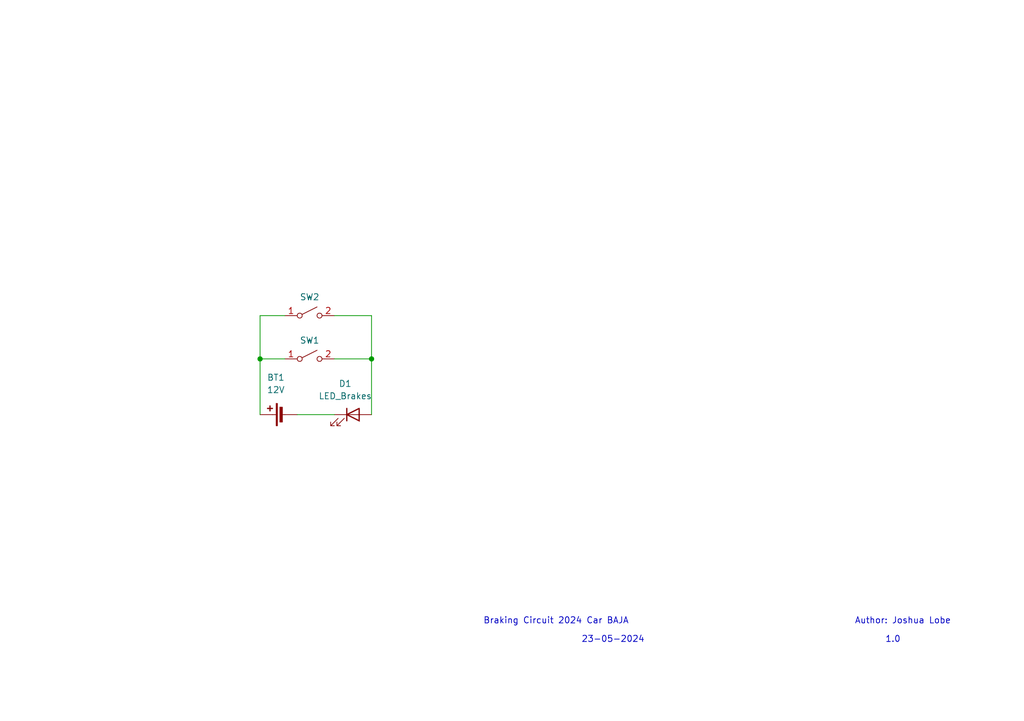
<source format=kicad_sch>
(kicad_sch
	(version 20231120)
	(generator "eeschema")
	(generator_version "8.0")
	(uuid "fbce14af-bb3f-4062-b3e9-d73a9dc513af")
	(paper "A5")
	(lib_symbols
		(symbol "Device:Battery_Cell"
			(pin_numbers hide)
			(pin_names
				(offset 0) hide)
			(exclude_from_sim no)
			(in_bom yes)
			(on_board yes)
			(property "Reference" "BT"
				(at 2.54 2.54 0)
				(effects
					(font
						(size 1.27 1.27)
					)
					(justify left)
				)
			)
			(property "Value" "Battery_Cell"
				(at 2.54 0 0)
				(effects
					(font
						(size 1.27 1.27)
					)
					(justify left)
				)
			)
			(property "Footprint" ""
				(at 0 1.524 90)
				(effects
					(font
						(size 1.27 1.27)
					)
					(hide yes)
				)
			)
			(property "Datasheet" "~"
				(at 0 1.524 90)
				(effects
					(font
						(size 1.27 1.27)
					)
					(hide yes)
				)
			)
			(property "Description" "Single-cell battery"
				(at 0 0 0)
				(effects
					(font
						(size 1.27 1.27)
					)
					(hide yes)
				)
			)
			(property "ki_keywords" "battery cell"
				(at 0 0 0)
				(effects
					(font
						(size 1.27 1.27)
					)
					(hide yes)
				)
			)
			(symbol "Battery_Cell_0_1"
				(rectangle
					(start -2.286 1.778)
					(end 2.286 1.524)
					(stroke
						(width 0)
						(type default)
					)
					(fill
						(type outline)
					)
				)
				(rectangle
					(start -1.524 1.016)
					(end 1.524 0.508)
					(stroke
						(width 0)
						(type default)
					)
					(fill
						(type outline)
					)
				)
				(polyline
					(pts
						(xy 0 0.762) (xy 0 0)
					)
					(stroke
						(width 0)
						(type default)
					)
					(fill
						(type none)
					)
				)
				(polyline
					(pts
						(xy 0 1.778) (xy 0 2.54)
					)
					(stroke
						(width 0)
						(type default)
					)
					(fill
						(type none)
					)
				)
				(polyline
					(pts
						(xy 0.762 3.048) (xy 1.778 3.048)
					)
					(stroke
						(width 0.254)
						(type default)
					)
					(fill
						(type none)
					)
				)
				(polyline
					(pts
						(xy 1.27 3.556) (xy 1.27 2.54)
					)
					(stroke
						(width 0.254)
						(type default)
					)
					(fill
						(type none)
					)
				)
			)
			(symbol "Battery_Cell_1_1"
				(pin passive line
					(at 0 5.08 270)
					(length 2.54)
					(name "+"
						(effects
							(font
								(size 1.27 1.27)
							)
						)
					)
					(number "1"
						(effects
							(font
								(size 1.27 1.27)
							)
						)
					)
				)
				(pin passive line
					(at 0 -2.54 90)
					(length 2.54)
					(name "-"
						(effects
							(font
								(size 1.27 1.27)
							)
						)
					)
					(number "2"
						(effects
							(font
								(size 1.27 1.27)
							)
						)
					)
				)
			)
		)
		(symbol "Device:LED"
			(pin_numbers hide)
			(pin_names
				(offset 1.016) hide)
			(exclude_from_sim no)
			(in_bom yes)
			(on_board yes)
			(property "Reference" "D"
				(at 0 2.54 0)
				(effects
					(font
						(size 1.27 1.27)
					)
				)
			)
			(property "Value" "LED"
				(at 0 -2.54 0)
				(effects
					(font
						(size 1.27 1.27)
					)
				)
			)
			(property "Footprint" ""
				(at 0 0 0)
				(effects
					(font
						(size 1.27 1.27)
					)
					(hide yes)
				)
			)
			(property "Datasheet" "~"
				(at 0 0 0)
				(effects
					(font
						(size 1.27 1.27)
					)
					(hide yes)
				)
			)
			(property "Description" "Light emitting diode"
				(at 0 0 0)
				(effects
					(font
						(size 1.27 1.27)
					)
					(hide yes)
				)
			)
			(property "ki_keywords" "LED diode"
				(at 0 0 0)
				(effects
					(font
						(size 1.27 1.27)
					)
					(hide yes)
				)
			)
			(property "ki_fp_filters" "LED* LED_SMD:* LED_THT:*"
				(at 0 0 0)
				(effects
					(font
						(size 1.27 1.27)
					)
					(hide yes)
				)
			)
			(symbol "LED_0_1"
				(polyline
					(pts
						(xy -1.27 -1.27) (xy -1.27 1.27)
					)
					(stroke
						(width 0.254)
						(type default)
					)
					(fill
						(type none)
					)
				)
				(polyline
					(pts
						(xy -1.27 0) (xy 1.27 0)
					)
					(stroke
						(width 0)
						(type default)
					)
					(fill
						(type none)
					)
				)
				(polyline
					(pts
						(xy 1.27 -1.27) (xy 1.27 1.27) (xy -1.27 0) (xy 1.27 -1.27)
					)
					(stroke
						(width 0.254)
						(type default)
					)
					(fill
						(type none)
					)
				)
				(polyline
					(pts
						(xy -3.048 -0.762) (xy -4.572 -2.286) (xy -3.81 -2.286) (xy -4.572 -2.286) (xy -4.572 -1.524)
					)
					(stroke
						(width 0)
						(type default)
					)
					(fill
						(type none)
					)
				)
				(polyline
					(pts
						(xy -1.778 -0.762) (xy -3.302 -2.286) (xy -2.54 -2.286) (xy -3.302 -2.286) (xy -3.302 -1.524)
					)
					(stroke
						(width 0)
						(type default)
					)
					(fill
						(type none)
					)
				)
			)
			(symbol "LED_1_1"
				(pin passive line
					(at -3.81 0 0)
					(length 2.54)
					(name "K"
						(effects
							(font
								(size 1.27 1.27)
							)
						)
					)
					(number "1"
						(effects
							(font
								(size 1.27 1.27)
							)
						)
					)
				)
				(pin passive line
					(at 3.81 0 180)
					(length 2.54)
					(name "A"
						(effects
							(font
								(size 1.27 1.27)
							)
						)
					)
					(number "2"
						(effects
							(font
								(size 1.27 1.27)
							)
						)
					)
				)
			)
		)
		(symbol "Switch:SW_SPST"
			(pin_names
				(offset 0) hide)
			(exclude_from_sim no)
			(in_bom yes)
			(on_board yes)
			(property "Reference" "SW"
				(at 0 3.175 0)
				(effects
					(font
						(size 1.27 1.27)
					)
				)
			)
			(property "Value" "SW_SPST"
				(at 0 -2.54 0)
				(effects
					(font
						(size 1.27 1.27)
					)
				)
			)
			(property "Footprint" ""
				(at 0 0 0)
				(effects
					(font
						(size 1.27 1.27)
					)
					(hide yes)
				)
			)
			(property "Datasheet" "~"
				(at 0 0 0)
				(effects
					(font
						(size 1.27 1.27)
					)
					(hide yes)
				)
			)
			(property "Description" "Single Pole Single Throw (SPST) switch"
				(at 0 0 0)
				(effects
					(font
						(size 1.27 1.27)
					)
					(hide yes)
				)
			)
			(property "ki_keywords" "switch lever"
				(at 0 0 0)
				(effects
					(font
						(size 1.27 1.27)
					)
					(hide yes)
				)
			)
			(symbol "SW_SPST_0_0"
				(circle
					(center -2.032 0)
					(radius 0.508)
					(stroke
						(width 0)
						(type default)
					)
					(fill
						(type none)
					)
				)
				(polyline
					(pts
						(xy -1.524 0.254) (xy 1.524 1.778)
					)
					(stroke
						(width 0)
						(type default)
					)
					(fill
						(type none)
					)
				)
				(circle
					(center 2.032 0)
					(radius 0.508)
					(stroke
						(width 0)
						(type default)
					)
					(fill
						(type none)
					)
				)
			)
			(symbol "SW_SPST_1_1"
				(pin passive line
					(at -5.08 0 0)
					(length 2.54)
					(name "A"
						(effects
							(font
								(size 1.27 1.27)
							)
						)
					)
					(number "1"
						(effects
							(font
								(size 1.27 1.27)
							)
						)
					)
				)
				(pin passive line
					(at 5.08 0 180)
					(length 2.54)
					(name "B"
						(effects
							(font
								(size 1.27 1.27)
							)
						)
					)
					(number "2"
						(effects
							(font
								(size 1.27 1.27)
							)
						)
					)
				)
			)
		)
	)
	(junction
		(at 76.2 73.66)
		(diameter 0)
		(color 0 0 0 0)
		(uuid "06c811c2-40f7-45a7-bf98-f96bae44fdea")
	)
	(junction
		(at 53.34 73.66)
		(diameter 0)
		(color 0 0 0 0)
		(uuid "aeef30d8-71a0-4e9d-b22e-dd03a3ec6d76")
	)
	(wire
		(pts
			(xy 76.2 73.66) (xy 76.2 85.09)
		)
		(stroke
			(width 0)
			(type default)
		)
		(uuid "15ab2d9e-62f1-4dcd-ab10-cfa7da7823bd")
	)
	(wire
		(pts
			(xy 53.34 73.66) (xy 58.42 73.66)
		)
		(stroke
			(width 0)
			(type default)
		)
		(uuid "1969cd6d-e888-4070-ace3-727f5842925b")
	)
	(wire
		(pts
			(xy 76.2 73.66) (xy 76.2 64.77)
		)
		(stroke
			(width 0)
			(type default)
		)
		(uuid "37cfb15d-4800-47c7-b904-84d7ee0ad139")
	)
	(wire
		(pts
			(xy 53.34 73.66) (xy 53.34 64.77)
		)
		(stroke
			(width 0)
			(type default)
		)
		(uuid "5f383511-0881-4a17-ac9f-1ae8d64e5e84")
	)
	(wire
		(pts
			(xy 76.2 73.66) (xy 68.58 73.66)
		)
		(stroke
			(width 0)
			(type default)
		)
		(uuid "759110fd-e65b-4425-b5f0-796e9033ae64")
	)
	(wire
		(pts
			(xy 60.96 85.09) (xy 68.58 85.09)
		)
		(stroke
			(width 0)
			(type default)
		)
		(uuid "b6a076df-b439-4000-b574-f760e950a081")
	)
	(wire
		(pts
			(xy 53.34 64.77) (xy 58.42 64.77)
		)
		(stroke
			(width 0)
			(type default)
		)
		(uuid "cba515e6-fe00-41bd-92d6-5e779948c6af")
	)
	(wire
		(pts
			(xy 76.2 64.77) (xy 68.58 64.77)
		)
		(stroke
			(width 0)
			(type default)
		)
		(uuid "daab3e03-4949-4038-bd63-35c102423167")
	)
	(wire
		(pts
			(xy 53.34 73.66) (xy 53.34 85.09)
		)
		(stroke
			(width 0)
			(type default)
		)
		(uuid "f1545358-f7e0-4833-844b-0e73bc7ad003")
	)
	(text "Author: Joshua Lobe"
		(exclude_from_sim no)
		(at 185.166 127.508 0)
		(effects
			(font
				(size 1.27 1.27)
			)
		)
		(uuid "4bc3c5c2-beac-48f2-948e-cc04c84debfc")
	)
	(text "23-05-2024"
		(exclude_from_sim no)
		(at 125.73 131.318 0)
		(effects
			(font
				(size 1.27 1.27)
			)
		)
		(uuid "94ea8ea4-58c0-4073-a08e-e80739946f95")
	)
	(text "Braking Circuit 2024 Car BAJA"
		(exclude_from_sim no)
		(at 114.046 127.508 0)
		(effects
			(font
				(size 1.27 1.27)
			)
		)
		(uuid "f0fa9d1c-7a95-42d8-b521-53dcb99a2d3f")
	)
	(text "1.0"
		(exclude_from_sim no)
		(at 183.134 131.318 0)
		(effects
			(font
				(size 1.27 1.27)
			)
		)
		(uuid "fd7af5e8-9759-4e00-ade5-38f2c207e13e")
	)
	(symbol
		(lib_id "Device:LED")
		(at 72.39 85.09 0)
		(unit 1)
		(exclude_from_sim no)
		(in_bom yes)
		(on_board yes)
		(dnp no)
		(fields_autoplaced yes)
		(uuid "1ff7d3b9-caf8-48f7-8042-26931785cb54")
		(property "Reference" "D1"
			(at 70.8025 78.74 0)
			(effects
				(font
					(size 1.27 1.27)
				)
			)
		)
		(property "Value" "LED_Brakes"
			(at 70.8025 81.28 0)
			(effects
				(font
					(size 1.27 1.27)
				)
			)
		)
		(property "Footprint" ""
			(at 72.39 85.09 0)
			(effects
				(font
					(size 1.27 1.27)
				)
				(hide yes)
			)
		)
		(property "Datasheet" "~"
			(at 72.39 85.09 0)
			(effects
				(font
					(size 1.27 1.27)
				)
				(hide yes)
			)
		)
		(property "Description" "Light emitting diode"
			(at 72.39 85.09 0)
			(effects
				(font
					(size 1.27 1.27)
				)
				(hide yes)
			)
		)
		(pin "2"
			(uuid "adffb5e3-f8a3-4389-a16f-5717803f21c9")
		)
		(pin "1"
			(uuid "c601ac1d-32d4-46cf-aebf-850736216939")
		)
		(instances
			(project "Brakes_Circuit_Baja"
				(path "/fbce14af-bb3f-4062-b3e9-d73a9dc513af"
					(reference "D1")
					(unit 1)
				)
			)
		)
	)
	(symbol
		(lib_id "Switch:SW_SPST")
		(at 63.5 64.77 0)
		(unit 1)
		(exclude_from_sim no)
		(in_bom yes)
		(on_board yes)
		(dnp no)
		(fields_autoplaced yes)
		(uuid "228c1fb0-34d2-4952-a816-9d5b27b4f9e6")
		(property "Reference" "SW2"
			(at 63.5 60.96 0)
			(effects
				(font
					(size 1.27 1.27)
				)
			)
		)
		(property "Value" "~"
			(at 63.5 60.96 0)
			(effects
				(font
					(size 1.27 1.27)
				)
			)
		)
		(property "Footprint" ""
			(at 63.5 64.77 0)
			(effects
				(font
					(size 1.27 1.27)
				)
				(hide yes)
			)
		)
		(property "Datasheet" "~"
			(at 63.5 64.77 0)
			(effects
				(font
					(size 1.27 1.27)
				)
				(hide yes)
			)
		)
		(property "Description" "Single Pole Single Throw (SPST) switch"
			(at 63.5 64.77 0)
			(effects
				(font
					(size 1.27 1.27)
				)
				(hide yes)
			)
		)
		(pin "1"
			(uuid "17791f35-2cd5-455f-98b7-07de82c8bf75")
		)
		(pin "2"
			(uuid "27af78f0-e04b-4b74-9624-409508c8b354")
		)
		(instances
			(project "Brakes_Circuit_Baja"
				(path "/fbce14af-bb3f-4062-b3e9-d73a9dc513af"
					(reference "SW2")
					(unit 1)
				)
			)
		)
	)
	(symbol
		(lib_id "Device:Battery_Cell")
		(at 58.42 85.09 90)
		(unit 1)
		(exclude_from_sim no)
		(in_bom yes)
		(on_board yes)
		(dnp no)
		(fields_autoplaced yes)
		(uuid "2f8d261e-4635-486c-8d5b-0ecc227824d6")
		(property "Reference" "BT1"
			(at 56.5785 77.47 90)
			(effects
				(font
					(size 1.27 1.27)
				)
			)
		)
		(property "Value" "12V"
			(at 56.5785 80.01 90)
			(effects
				(font
					(size 1.27 1.27)
				)
			)
		)
		(property "Footprint" ""
			(at 56.896 85.09 90)
			(effects
				(font
					(size 1.27 1.27)
				)
				(hide yes)
			)
		)
		(property "Datasheet" "~"
			(at 56.896 85.09 90)
			(effects
				(font
					(size 1.27 1.27)
				)
				(hide yes)
			)
		)
		(property "Description" "Single-cell battery"
			(at 58.42 85.09 0)
			(effects
				(font
					(size 1.27 1.27)
				)
				(hide yes)
			)
		)
		(pin "2"
			(uuid "7a227dc2-f301-4daa-beeb-d5d71b53571e")
		)
		(pin "1"
			(uuid "9c033cf2-3e69-4913-ae88-5b2b08f5feb9")
		)
		(instances
			(project "Brakes_Circuit_Baja"
				(path "/fbce14af-bb3f-4062-b3e9-d73a9dc513af"
					(reference "BT1")
					(unit 1)
				)
			)
		)
	)
	(symbol
		(lib_id "Switch:SW_SPST")
		(at 63.5 73.66 0)
		(unit 1)
		(exclude_from_sim no)
		(in_bom yes)
		(on_board yes)
		(dnp no)
		(fields_autoplaced yes)
		(uuid "820d69f7-fa3a-46cd-8763-2a921c1ec9cc")
		(property "Reference" "SW1"
			(at 63.5 69.85 0)
			(effects
				(font
					(size 1.27 1.27)
				)
			)
		)
		(property "Value" "~"
			(at 63.5 69.85 0)
			(effects
				(font
					(size 1.27 1.27)
				)
			)
		)
		(property "Footprint" ""
			(at 63.5 73.66 0)
			(effects
				(font
					(size 1.27 1.27)
				)
				(hide yes)
			)
		)
		(property "Datasheet" "~"
			(at 63.5 73.66 0)
			(effects
				(font
					(size 1.27 1.27)
				)
				(hide yes)
			)
		)
		(property "Description" "Single Pole Single Throw (SPST) switch"
			(at 63.5 73.66 0)
			(effects
				(font
					(size 1.27 1.27)
				)
				(hide yes)
			)
		)
		(pin "1"
			(uuid "63834f60-2afd-442c-805a-fde216d191ff")
		)
		(pin "2"
			(uuid "a278495a-0ff9-4622-93dd-6864c42930f3")
		)
		(instances
			(project "Brakes_Circuit_Baja"
				(path "/fbce14af-bb3f-4062-b3e9-d73a9dc513af"
					(reference "SW1")
					(unit 1)
				)
			)
		)
	)
	(sheet_instances
		(path "/"
			(page "1")
		)
	)
)

</source>
